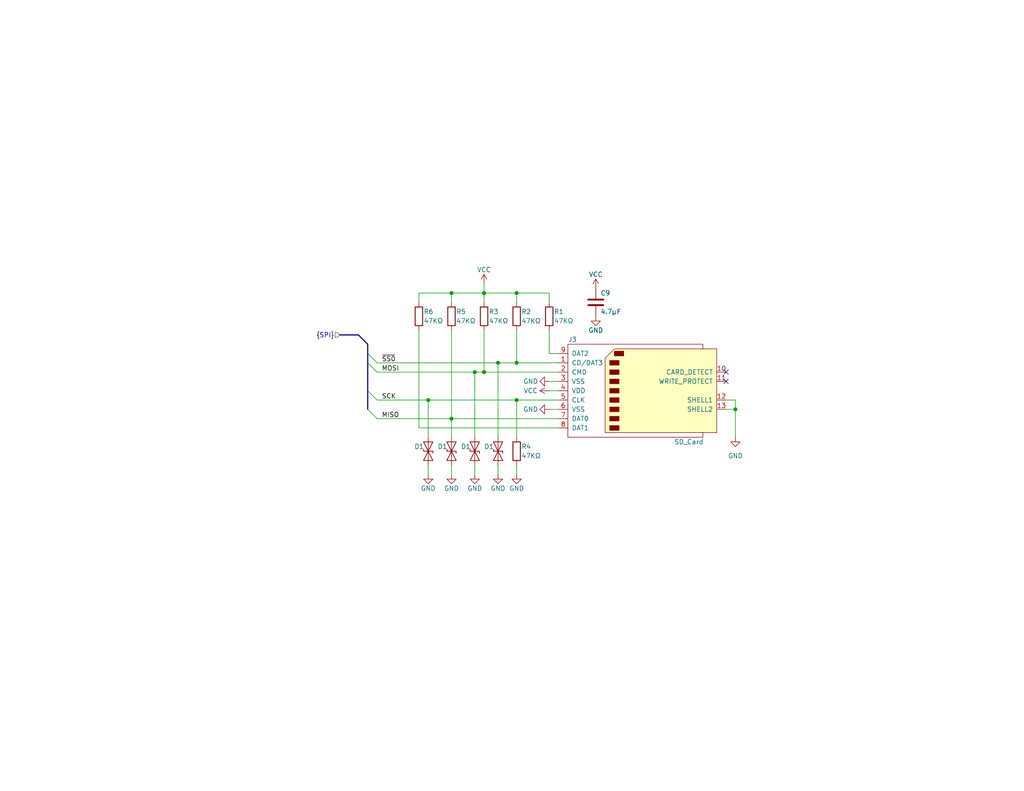
<source format=kicad_sch>
(kicad_sch (version 20230121) (generator eeschema)
  (paper "USLetter")
  (lib_symbols
    (symbol "Diode:ESD9B3.3ST5G" (pin_numbers hide) (pin_names (offset 1.016) hide)
      (property "Reference" "D" (at 0 2.54 0))
      (property "Value" "ESD9B3.3ST5G" (at 0 -2.54 0))
      (symbol "ESD9B3.3ST5G_0_1"
        (polyline (pts (xy 1.27 0) (xy -1.27 0)))
        (polyline (pts (xy -2.54 -1.27) (xy 0 0) (xy -2.54 1.27) (xy -2.54 -1.27)) (stroke (width 0.2032)))
        (polyline (pts (xy 0.508 1.27) (xy 0 1.27) (xy 0 -1.27) (xy -0.508 -1.27)) (stroke (width 0.2032)))
        (polyline (pts (xy 2.54 1.27) (xy 2.54 -1.27) (xy 0 0) (xy 2.54 1.27)) (stroke (width 0.2032)))
      )
      (symbol "ESD9B3.3ST5G_1_1"
        (pin passive line (at -3.81 0 0) (length 2.54) (name "A1") (number "1"))
        (pin passive line (at 3.81 0 180) (length 2.54) (name "A2") (number "2"))
      )
    )
    (symbol "Turaco:C" (pin_numbers hide) (pin_names (offset 0.254))
      (property "Reference" "C" (at 0.635 2.54 0))
      (property "Value" "C" (at 0.635 -2.54 0))
      (symbol "C_0_1"
        (polyline (pts (xy -2.032 -0.762) (xy 2.032 -0.762)) (stroke (width 0.508)))
        (polyline (pts (xy -2.032 0.762) (xy 2.032 0.762)) (stroke (width 0.508)))
      )
      (symbol "C_1_1"
        (pin passive line (at 0 3.81 270) (length 2.794) (name "~") (number "1"))
        (pin passive line (at 0 -3.81 90) (length 2.794) (name "~") (number "2"))
      )
    )
    (symbol "Turaco:R" (pin_numbers hide) (pin_names (offset 0))
      (property "Reference" "R" (at 2.032 0 90))
      (property "Value" "R" (at 0 0 90))
      (symbol "R_0_1"
        (rectangle (start -1.016 -2.54) (end 1.016 2.54) (stroke (width 0.254)))
      )
      (symbol "R_1_1"
        (pin passive line (at 0 3.81 270) (length 1.27) (name "~") (number "1"))
        (pin passive line (at 0 -3.81 90) (length 1.27) (name "~") (number "2"))
      )
    )
    (symbol "Turaco:SD_Card" (pin_names (offset 1.016))
      (property "Reference" "J" (at -16.51 13.97 0))
      (property "Value" "SD_Card" (at 15.24 -13.97 0))
      (symbol "SD_Card_0_1"
        (rectangle (start -8.89 -9.525) (end -6.35 -10.795) (fill (type outline)))
        (rectangle (start -8.89 -6.985) (end -6.35 -8.255) (fill (type outline)))
        (rectangle (start -8.89 -4.445) (end -6.35 -5.715) (fill (type outline)))
        (rectangle (start -8.89 -1.905) (end -6.35 -3.175) (fill (type outline)))
        (rectangle (start -8.89 0.635) (end -6.35 -0.635) (fill (type outline)))
        (rectangle (start -8.89 3.175) (end -6.35 1.905) (fill (type outline)))
        (rectangle (start -8.89 5.715) (end -6.35 4.445) (fill (type outline)))
        (rectangle (start -8.89 8.255) (end -6.35 6.985) (fill (type outline)))
        (rectangle (start -7.62 10.795) (end -5.08 9.525) (fill (type outline)))
        (polyline (pts (xy -10.16 8.89) (xy -7.62 11.43) (xy 20.32 11.43) (xy 20.32 -11.43) (xy -10.16 -11.43) (xy -10.16 8.89)) (fill (type background)))
        (polyline (pts (xy 16.51 11.43) (xy 16.51 12.7) (xy -20.32 12.7) (xy -20.32 -12.7) (xy 16.51 -12.7) (xy 16.51 -11.43)))
      )
      (symbol "SD_Card_1_1"
        (pin input line (at -22.86 7.62 0) (length 2.54) (name "CD/DAT3") (number "1"))
        (pin input line (at 22.86 5.08 180) (length 2.54) (name "CARD_DETECT") (number "10"))
        (pin input line (at 22.86 2.54 180) (length 2.54) (name "WRITE_PROTECT") (number "11"))
        (pin input line (at 22.86 -2.54 180) (length 2.54) (name "SHELL1") (number "12"))
        (pin input line (at 22.86 -5.08 180) (length 2.54) (name "SHELL2") (number "13"))
        (pin input line (at -22.86 5.08 0) (length 2.54) (name "CMD") (number "2"))
        (pin power_in line (at -22.86 2.54 0) (length 2.54) (name "VSS") (number "3"))
        (pin power_in line (at -22.86 0 0) (length 2.54) (name "VDD") (number "4"))
        (pin input line (at -22.86 -2.54 0) (length 2.54) (name "CLK") (number "5"))
        (pin power_in line (at -22.86 -5.08 0) (length 2.54) (name "VSS") (number "6"))
        (pin input line (at -22.86 -7.62 0) (length 2.54) (name "DAT0") (number "7"))
        (pin input line (at -22.86 -10.16 0) (length 2.54) (name "DAT1") (number "8"))
        (pin input line (at -22.86 10.16 0) (length 2.54) (name "DAT2") (number "9"))
      )
    )
    (symbol "power:GND" (power) (pin_names (offset 0))
      (property "Value" "GND" (at 0 -3.81 0))
      (symbol "GND_0_1"
        (polyline (pts (xy 0 0) (xy 0 -1.27) (xy 1.27 -1.27) (xy 0 -2.54) (xy -1.27 -1.27) (xy 0 -1.27)))
      )
      (symbol "GND_1_1"
        (pin power_in line (at 0 0 270) (length 0) hide (name "GND") (number "1"))
      )
    )
    (symbol "power:VCC" (power) (pin_names (offset 0))
      (property "Value" "VCC" (at 0 3.81 0))
      (symbol "VCC_0_1"
        (polyline (pts (xy -0.762 1.27) (xy 0 2.54)))
        (polyline (pts (xy 0 0) (xy 0 2.54)))
        (polyline (pts (xy 0 2.54) (xy 0.762 1.27)))
      )
      (symbol "VCC_1_1"
        (pin power_in line (at 0 0 90) (length 0) hide (name "VCC") (number "1"))
      )
    )
  )
  (junction (at 123.19 114.3))
  (junction (at 116.84 109.22))
  (junction (at 200.66 111.76))
  (junction (at 140.97 109.22))
  (junction (at 132.08 101.6))
  (junction (at 140.97 99.06))
  (junction (at 135.89 99.06))
  (junction (at 123.19 80.01))
  (junction (at 132.08 80.01))
  (junction (at 129.54 101.6))
  (junction (at 140.97 80.01))
  (no_connect (at 198.12 101.6))
  (no_connect (at 198.12 104.14))
  (bus_entry (at 100.33 99.06) (size 2.54 2.54))
  (bus_entry (at 100.33 111.76) (size 2.54 2.54))
  (bus_entry (at 100.33 96.52) (size 2.54 2.54))
  (bus_entry (at 100.33 106.68) (size 2.54 2.54))
  (wire (pts (xy 114.3 80.01) (xy 114.3 82.55)))
  (wire (pts (xy 140.97 109.22) (xy 140.97 119.38)))
  (wire (pts (xy 132.08 77.47) (xy 132.08 80.01)))
  (wire (pts (xy 140.97 99.06) (xy 152.4 99.06)))
  (wire (pts (xy 135.89 99.06) (xy 140.97 99.06)))
  (wire (pts (xy 140.97 127) (xy 140.97 129.54)))
  (wire (pts (xy 129.54 127) (xy 129.54 129.54)))
  (wire (pts (xy 135.89 99.06) (xy 135.89 119.38)))
  (wire (pts (xy 149.86 96.52) (xy 152.4 96.52)))
  (wire (pts (xy 132.08 90.17) (xy 132.08 101.6)))
  (wire (pts (xy 198.12 111.76) (xy 200.66 111.76)))
  (wire (pts (xy 149.86 90.17) (xy 149.86 96.52)))
  (wire (pts (xy 123.19 114.3) (xy 152.4 114.3)))
  (bus (pts (xy 100.33 99.06) (xy 100.33 106.68)))
  (bus (pts (xy 100.33 93.98) (xy 100.33 96.52)))
  (wire (pts (xy 114.3 90.17) (xy 114.3 116.84)))
  (wire (pts (xy 149.86 111.76) (xy 152.4 111.76)))
  (wire (pts (xy 123.19 80.01) (xy 132.08 80.01)))
  (wire (pts (xy 123.19 90.17) (xy 123.19 114.3)))
  (wire (pts (xy 132.08 80.01) (xy 140.97 80.01)))
  (wire (pts (xy 114.3 116.84) (xy 152.4 116.84)))
  (wire (pts (xy 149.86 104.14) (xy 152.4 104.14)))
  (wire (pts (xy 123.19 127) (xy 123.19 129.54)))
  (wire (pts (xy 123.19 114.3) (xy 123.19 119.38)))
  (wire (pts (xy 114.3 80.01) (xy 123.19 80.01)))
  (wire (pts (xy 116.84 127) (xy 116.84 129.54)))
  (wire (pts (xy 102.87 114.3) (xy 123.19 114.3)))
  (wire (pts (xy 116.84 109.22) (xy 140.97 109.22)))
  (wire (pts (xy 123.19 80.01) (xy 123.19 82.55)))
  (wire (pts (xy 198.12 109.22) (xy 200.66 109.22)))
  (wire (pts (xy 132.08 101.6) (xy 152.4 101.6)))
  (wire (pts (xy 140.97 80.01) (xy 149.86 80.01)))
  (wire (pts (xy 140.97 90.17) (xy 140.97 99.06)))
  (wire (pts (xy 135.89 127) (xy 135.89 129.54)))
  (wire (pts (xy 102.87 99.06) (xy 135.89 99.06)))
  (wire (pts (xy 102.87 101.6) (xy 129.54 101.6)))
  (bus (pts (xy 100.33 96.52) (xy 100.33 99.06)))
  (wire (pts (xy 149.86 80.01) (xy 149.86 82.55)))
  (wire (pts (xy 200.66 109.22) (xy 200.66 111.76)))
  (wire (pts (xy 200.66 111.76) (xy 200.66 119.38)))
  (bus (pts (xy 97.79 91.44) (xy 100.33 93.98)))
  (wire (pts (xy 149.86 106.68) (xy 152.4 106.68)))
  (wire (pts (xy 129.54 101.6) (xy 132.08 101.6)))
  (wire (pts (xy 132.08 80.01) (xy 132.08 82.55)))
  (wire (pts (xy 129.54 101.6) (xy 129.54 119.38)))
  (wire (pts (xy 102.87 109.22) (xy 116.84 109.22)))
  (bus (pts (xy 92.71 91.44) (xy 97.79 91.44)))
  (wire (pts (xy 140.97 109.22) (xy 152.4 109.22)))
  (bus (pts (xy 100.33 106.68) (xy 100.33 111.76)))
  (wire (pts (xy 116.84 109.22) (xy 116.84 119.38)))
  (wire (pts (xy 140.97 80.01) (xy 140.97 82.55)))
  (label "~{SS0}" (at 104.14 99.06 0))
  (label "MOSI" (at 104.14 101.6 0))
  (label "MISO" (at 104.14 114.3 0))
  (label "SCK" (at 104.14 109.22 0))
  (hierarchical_label "{SPI}" (shape input) (at 92.71 91.44 180))
  (symbol (lib_id "Diode:ESD9B3.3ST5G") (at 135.89 123.19 270) (unit 1)
    (property "Reference" "D1" (at 132.08 121.9199 90) (effects (justify left)))
    (property "Value" "ESD9B3.3ST5G" (effects hide))
    (property "Footprint" "Diode_SMD:D_SOD-923" (effects hide))
    (property "Datasheet" "https://www.onsemi.com/pub/Collateral/ESD9B-D.PDF" (effects hide))
    (instances (project "Revision 2" (path "" (reference "D1") (unit 1)) (path "" (reference "D4") (unit 1))))
  )
  (symbol (lib_id "Diode:ESD9B3.3ST5G") (at 129.54 123.19 270) (unit 1)
    (property "Reference" "D1" (at 125.73 121.9199 90) (effects (justify left)))
    (property "Value" "ESD9B3.3ST5G" (effects hide))
    (property "Footprint" "Diode_SMD:D_SOD-923" (effects hide))
    (property "Datasheet" "https://www.onsemi.com/pub/Collateral/ESD9B-D.PDF" (effects hide))
    (instances (project "Revision 2" (path "" (reference "D1") (unit 1)) (path "" (reference "D3") (unit 1))))
  )
  (symbol (lib_id "power:GND") (at 135.89 129.54 0) (unit 1)
    (property "Reference" "#PWR031" (effects hide))
    (property "Value" "GND" (at 135.89 133.35 0))
    (instances (project "Revision 2" (path "" (reference "#PWR031") (unit 1)) (path "" (reference "#PWR0151") (unit 1))))
  )
  (symbol (lib_id "power:GND") (at 123.19 129.54 0) (unit 1)
    (property "Reference" "#PWR031" (effects hide))
    (property "Value" "GND" (at 123.19 133.35 0))
    (instances (project "Revision 2" (path "" (reference "#PWR031") (unit 1)) (path "" (reference "#PWR0153") (unit 1))))
  )
  (symbol (lib_id "power:GND") (at 129.54 129.54 0) (unit 1)
    (property "Reference" "#PWR031" (effects hide))
    (property "Value" "GND" (at 129.54 133.35 0))
    (instances (project "Revision 2" (path "" (reference "#PWR031") (unit 1)) (path "" (reference "#PWR0152") (unit 1))))
  )
  (symbol (lib_id "Turaco:SD_Card") (at 175.26 106.68 0) (unit 1)
    (property "Reference" "J3" (at 156.21 92.71 0))
    (property "Value" "SD_Card" (at 187.96 120.65 0))
    (property "Datasheet" "http://portal.fciconnect.com/Comergent//fci/drawing/10067847.pdf" (effects hide))
    (instances (project "Revision 2" (path "" (reference "J3") (unit 1)) (path "" (reference "J2") (unit 1))))
  )
  (symbol (lib_id "Turaco:C") (at 162.56 82.55 0) (unit 1)
    (property "Reference" "C9" (at 163.83 80.0099 0) (effects (justify left)))
    (property "Value" "4.7µF" (at 163.83 85.0899 0) (effects (justify left)))
    (instances (project "Revision 2" (path "" (reference "C9") (unit 1)) (path "" (reference "C39") (unit 1))))
  )
  (symbol (lib_id "Turaco:R") (at 132.08 86.36 0) (unit 1)
    (property "Reference" "R3" (at 133.35 85.0899 0) (effects (justify left)))
    (property "Value" "47KΩ" (at 133.35 87.6299 0) (effects (justify left)))
    (instances (project "Revision 2" (path "" (reference "R3") (unit 1)) (path "" (reference "R30") (unit 1))))
  )
  (symbol (lib_id "power:GND") (at 162.56 86.36 0) (unit 1)
    (property "Reference" "#PWR034" (effects hide))
    (property "Value" "GND" (at 162.56 90.17 0))
    (instances (project "Revision 2" (path "" (reference "#PWR034") (unit 1)) (path "" (reference "#PWR0108") (unit 1))))
  )
  (symbol (lib_id "power:VCC") (at 132.08 77.47 0) (unit 1)
    (property "Reference" "#PWR032" (effects hide))
    (property "Value" "VCC" (at 132.08 73.66 0))
    (instances (project "Revision 2" (path "" (reference "#PWR032") (unit 1)) (path "" (reference "#PWR0102") (unit 1))))
  )
  (symbol (lib_id "power:VCC") (at 162.56 78.74 0) (unit 1)
    (property "Reference" "#PWR033" (effects hide))
    (property "Value" "VCC" (at 162.56 74.93 0))
    (instances (project "Revision 2" (path "" (reference "#PWR033") (unit 1)) (path "" (reference "#PWR0107") (unit 1))))
  )
  (symbol (lib_id "power:GND") (at 149.86 111.76 270) (unit 1)
    (property "Reference" "#PWR030" (effects hide))
    (property "Value" "GND" (at 144.78 111.76 90))
    (instances (project "Revision 2" (path "" (reference "#PWR030") (unit 1)) (path "" (reference "#PWR0106") (unit 1))))
  )
  (symbol (lib_id "power:GND") (at 140.97 129.54 0) (unit 1)
    (property "Reference" "#PWR031" (effects hide))
    (property "Value" "GND" (at 140.97 133.35 0))
    (instances (project "Revision 2" (path "" (reference "#PWR031") (unit 1)) (path "" (reference "#PWR0103") (unit 1))))
  )
  (symbol (lib_id "power:GND") (at 149.86 104.14 270) (unit 1)
    (property "Reference" "#PWR028" (effects hide))
    (property "Value" "GND" (at 144.78 104.14 90))
    (instances (project "Revision 2" (path "" (reference "#PWR028") (unit 1)) (path "" (reference "#PWR0104") (unit 1))))
  )
  (symbol (lib_id "Turaco:R") (at 140.97 86.36 0) (unit 1)
    (property "Reference" "R2" (at 142.24 85.0899 0) (effects (justify left)))
    (property "Value" "47KΩ" (at 142.24 87.6299 0) (effects (justify left)))
    (instances (project "Revision 2" (path "" (reference "R2") (unit 1)) (path "" (reference "R31") (unit 1))))
  )
  (symbol (lib_id "Diode:ESD9B3.3ST5G") (at 123.19 123.19 270) (unit 1)
    (property "Reference" "D1" (at 119.38 121.9199 90) (effects (justify left)))
    (property "Value" "ESD9B3.3ST5G" (effects hide))
    (property "Footprint" "Diode_SMD:D_SOD-923" (effects hide))
    (property "Datasheet" "https://www.onsemi.com/pub/Collateral/ESD9B-D.PDF" (effects hide))
    (instances (project "Revision 2" (path "" (reference "D1") (unit 1)) (path "" (reference "D2") (unit 1))))
  )
  (symbol (lib_id "Turaco:R") (at 140.97 123.19 0) (unit 1)
    (property "Reference" "R4" (at 142.24 121.9199 0) (effects (justify left)))
    (property "Value" "47KΩ" (at 142.24 124.4599 0) (effects (justify left)))
    (instances (project "Revision 2" (path "" (reference "R4") (unit 1)) (path "" (reference "R32") (unit 1))))
  )
  (symbol (lib_id "power:GND") (at 116.84 129.54 0) (unit 1)
    (property "Reference" "#PWR031" (effects hide))
    (property "Value" "GND" (at 116.84 133.35 0))
    (instances (project "Revision 2" (path "" (reference "#PWR031") (unit 1)) (path "" (reference "#PWR0154") (unit 1))))
  )
  (symbol (lib_id "power:GND") (at 200.66 119.38 0) (unit 1)
    (property "Reference" "#PWR029" (effects hide))
    (property "Value" "GND" (at 200.66 124.46 0))
    (instances (project "Revision 2" (path "" (reference "#PWR029") (unit 1)) (path "" (reference "#PWR0109") (unit 1))))
  )
  (symbol (lib_id "power:VCC") (at 149.86 106.68 90) (unit 1)
    (property "Reference" "#PWR027" (effects hide))
    (property "Value" "VCC" (at 144.78 106.68 90))
    (instances (project "Revision 2" (path "" (reference "#PWR027") (unit 1)) (path "" (reference "#PWR0105") (unit 1))))
  )
  (symbol (lib_id "Turaco:R") (at 123.19 86.36 0) (unit 1)
    (property "Reference" "R5" (at 124.46 85.0899 0) (effects (justify left)))
    (property "Value" "47KΩ" (at 124.46 87.6299 0) (effects (justify left)))
    (instances (project "Revision 2" (path "" (reference "R5") (unit 1)) (path "" (reference "R29") (unit 1))))
  )
  (symbol (lib_id "Diode:ESD9B3.3ST5G") (at 116.84 123.19 270) (unit 1)
    (property "Reference" "D1" (at 113.03 121.9199 90) (effects (justify left)))
    (property "Value" "ESD9B3.3ST5G" (effects hide))
    (property "Footprint" "Diode_SMD:D_SOD-923" (effects hide))
    (property "Datasheet" "https://www.onsemi.com/pub/Collateral/ESD9B-D.PDF" (effects hide))
  )
  (symbol (lib_id "Turaco:R") (at 114.3 86.36 0) (unit 1)
    (property "Reference" "R6" (at 115.57 85.0899 0) (effects (justify left)))
    (property "Value" "47KΩ" (at 115.57 87.6299 0) (effects (justify left)))
    (instances (project "Revision 2" (path "" (reference "R6") (unit 1)) (path "" (reference "R28") (unit 1))))
  )
  (symbol (lib_id "Turaco:R") (at 149.86 86.36 0) (unit 1)
    (property "Reference" "R1" (at 151.13 85.0899 0) (effects (justify left)))
    (property "Value" "47KΩ" (at 151.13 87.6299 0) (effects (justify left)))
    (instances (project "Revision 2" (path "" (reference "R1") (unit 1)) (path "" (reference "R33") (unit 1))))
  )
)
</source>
